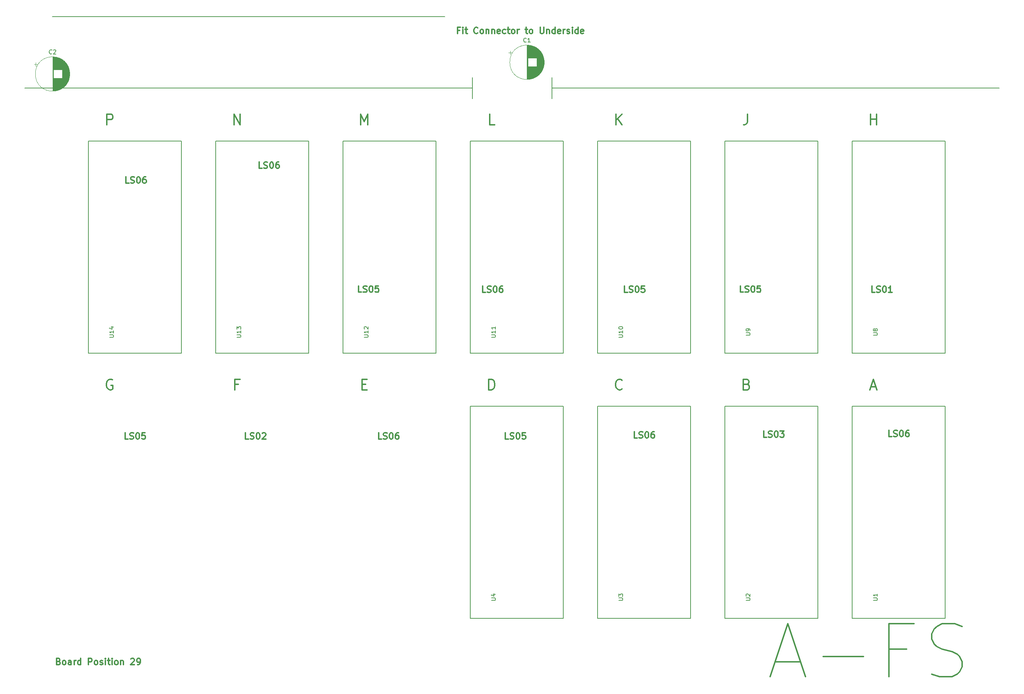
<source format=gbr>
G04 #@! TF.GenerationSoftware,KiCad,Pcbnew,(5.0.0)*
G04 #@! TF.CreationDate,2019-11-08T18:27:30+00:00*
G04 #@! TF.ProjectId,A-FS,412D46532E6B696361645F7063620000,rev?*
G04 #@! TF.SameCoordinates,Original*
G04 #@! TF.FileFunction,Legend,Top*
G04 #@! TF.FilePolarity,Positive*
%FSLAX46Y46*%
G04 Gerber Fmt 4.6, Leading zero omitted, Abs format (unit mm)*
G04 Created by KiCad (PCBNEW (5.0.0)) date 11/08/19 18:27:30*
%MOMM*%
%LPD*%
G01*
G04 APERTURE LIST*
%ADD10C,0.300000*%
%ADD11C,0.200000*%
%ADD12C,0.150000*%
%ADD13C,0.120000*%
G04 APERTURE END LIST*
D10*
X33500000Y-180492857D02*
X33714285Y-180564285D01*
X33785714Y-180635714D01*
X33857142Y-180778571D01*
X33857142Y-180992857D01*
X33785714Y-181135714D01*
X33714285Y-181207142D01*
X33571428Y-181278571D01*
X33000000Y-181278571D01*
X33000000Y-179778571D01*
X33500000Y-179778571D01*
X33642857Y-179850000D01*
X33714285Y-179921428D01*
X33785714Y-180064285D01*
X33785714Y-180207142D01*
X33714285Y-180350000D01*
X33642857Y-180421428D01*
X33500000Y-180492857D01*
X33000000Y-180492857D01*
X34714285Y-181278571D02*
X34571428Y-181207142D01*
X34500000Y-181135714D01*
X34428571Y-180992857D01*
X34428571Y-180564285D01*
X34500000Y-180421428D01*
X34571428Y-180350000D01*
X34714285Y-180278571D01*
X34928571Y-180278571D01*
X35071428Y-180350000D01*
X35142857Y-180421428D01*
X35214285Y-180564285D01*
X35214285Y-180992857D01*
X35142857Y-181135714D01*
X35071428Y-181207142D01*
X34928571Y-181278571D01*
X34714285Y-181278571D01*
X36500000Y-181278571D02*
X36500000Y-180492857D01*
X36428571Y-180350000D01*
X36285714Y-180278571D01*
X36000000Y-180278571D01*
X35857142Y-180350000D01*
X36500000Y-181207142D02*
X36357142Y-181278571D01*
X36000000Y-181278571D01*
X35857142Y-181207142D01*
X35785714Y-181064285D01*
X35785714Y-180921428D01*
X35857142Y-180778571D01*
X36000000Y-180707142D01*
X36357142Y-180707142D01*
X36500000Y-180635714D01*
X37214285Y-181278571D02*
X37214285Y-180278571D01*
X37214285Y-180564285D02*
X37285714Y-180421428D01*
X37357142Y-180350000D01*
X37500000Y-180278571D01*
X37642857Y-180278571D01*
X38785714Y-181278571D02*
X38785714Y-179778571D01*
X38785714Y-181207142D02*
X38642857Y-181278571D01*
X38357142Y-181278571D01*
X38214285Y-181207142D01*
X38142857Y-181135714D01*
X38071428Y-180992857D01*
X38071428Y-180564285D01*
X38142857Y-180421428D01*
X38214285Y-180350000D01*
X38357142Y-180278571D01*
X38642857Y-180278571D01*
X38785714Y-180350000D01*
X40642857Y-181278571D02*
X40642857Y-179778571D01*
X41214285Y-179778571D01*
X41357142Y-179850000D01*
X41428571Y-179921428D01*
X41500000Y-180064285D01*
X41500000Y-180278571D01*
X41428571Y-180421428D01*
X41357142Y-180492857D01*
X41214285Y-180564285D01*
X40642857Y-180564285D01*
X42357142Y-181278571D02*
X42214285Y-181207142D01*
X42142857Y-181135714D01*
X42071428Y-180992857D01*
X42071428Y-180564285D01*
X42142857Y-180421428D01*
X42214285Y-180350000D01*
X42357142Y-180278571D01*
X42571428Y-180278571D01*
X42714285Y-180350000D01*
X42785714Y-180421428D01*
X42857142Y-180564285D01*
X42857142Y-180992857D01*
X42785714Y-181135714D01*
X42714285Y-181207142D01*
X42571428Y-181278571D01*
X42357142Y-181278571D01*
X43428571Y-181207142D02*
X43571428Y-181278571D01*
X43857142Y-181278571D01*
X44000000Y-181207142D01*
X44071428Y-181064285D01*
X44071428Y-180992857D01*
X44000000Y-180850000D01*
X43857142Y-180778571D01*
X43642857Y-180778571D01*
X43500000Y-180707142D01*
X43428571Y-180564285D01*
X43428571Y-180492857D01*
X43500000Y-180350000D01*
X43642857Y-180278571D01*
X43857142Y-180278571D01*
X44000000Y-180350000D01*
X44714285Y-181278571D02*
X44714285Y-180278571D01*
X44714285Y-179778571D02*
X44642857Y-179850000D01*
X44714285Y-179921428D01*
X44785714Y-179850000D01*
X44714285Y-179778571D01*
X44714285Y-179921428D01*
X45214285Y-180278571D02*
X45785714Y-180278571D01*
X45428571Y-179778571D02*
X45428571Y-181064285D01*
X45500000Y-181207142D01*
X45642857Y-181278571D01*
X45785714Y-181278571D01*
X46285714Y-181278571D02*
X46285714Y-180278571D01*
X46285714Y-179778571D02*
X46214285Y-179850000D01*
X46285714Y-179921428D01*
X46357142Y-179850000D01*
X46285714Y-179778571D01*
X46285714Y-179921428D01*
X47214285Y-181278571D02*
X47071428Y-181207142D01*
X47000000Y-181135714D01*
X46928571Y-180992857D01*
X46928571Y-180564285D01*
X47000000Y-180421428D01*
X47071428Y-180350000D01*
X47214285Y-180278571D01*
X47428571Y-180278571D01*
X47571428Y-180350000D01*
X47642857Y-180421428D01*
X47714285Y-180564285D01*
X47714285Y-180992857D01*
X47642857Y-181135714D01*
X47571428Y-181207142D01*
X47428571Y-181278571D01*
X47214285Y-181278571D01*
X48357142Y-180278571D02*
X48357142Y-181278571D01*
X48357142Y-180421428D02*
X48428571Y-180350000D01*
X48571428Y-180278571D01*
X48785714Y-180278571D01*
X48928571Y-180350000D01*
X49000000Y-180492857D01*
X49000000Y-181278571D01*
X50785714Y-179921428D02*
X50857142Y-179850000D01*
X51000000Y-179778571D01*
X51357142Y-179778571D01*
X51500000Y-179850000D01*
X51571428Y-179921428D01*
X51642857Y-180064285D01*
X51642857Y-180207142D01*
X51571428Y-180421428D01*
X50714285Y-181278571D01*
X51642857Y-181278571D01*
X52357142Y-181278571D02*
X52642857Y-181278571D01*
X52785714Y-181207142D01*
X52857142Y-181135714D01*
X53000000Y-180921428D01*
X53071428Y-180635714D01*
X53071428Y-180064285D01*
X53000000Y-179921428D01*
X52928571Y-179850000D01*
X52785714Y-179778571D01*
X52500000Y-179778571D01*
X52357142Y-179850000D01*
X52285714Y-179921428D01*
X52214285Y-180064285D01*
X52214285Y-180421428D01*
X52285714Y-180564285D01*
X52357142Y-180635714D01*
X52500000Y-180707142D01*
X52785714Y-180707142D01*
X52928571Y-180635714D01*
X53000000Y-180564285D01*
X53071428Y-180421428D01*
X45054761Y-51949047D02*
X45054761Y-49409047D01*
X46022380Y-49409047D01*
X46264285Y-49530000D01*
X46385238Y-49650952D01*
X46506190Y-49892857D01*
X46506190Y-50255714D01*
X46385238Y-50497619D01*
X46264285Y-50618571D01*
X46022380Y-50739523D01*
X45054761Y-50739523D01*
X75474285Y-51949047D02*
X75474285Y-49409047D01*
X76925714Y-51949047D01*
X76925714Y-49409047D01*
X105833333Y-51949047D02*
X105833333Y-49409047D01*
X106680000Y-51223333D01*
X107526666Y-49409047D01*
X107526666Y-51949047D01*
X137946190Y-51949047D02*
X136736666Y-51949047D01*
X136736666Y-49409047D01*
X166974761Y-51949047D02*
X166974761Y-49409047D01*
X168426190Y-51949047D02*
X167337619Y-50497619D01*
X168426190Y-49409047D02*
X166974761Y-50860476D01*
X198482857Y-49409047D02*
X198482857Y-51223333D01*
X198361904Y-51586190D01*
X198120000Y-51828095D01*
X197757142Y-51949047D01*
X197515238Y-51949047D01*
X227874285Y-51949047D02*
X227874285Y-49409047D01*
X227874285Y-50618571D02*
X229325714Y-50618571D01*
X229325714Y-51949047D02*
X229325714Y-49409047D01*
X46385238Y-113030000D02*
X46143333Y-112909047D01*
X45780476Y-112909047D01*
X45417619Y-113030000D01*
X45175714Y-113271904D01*
X45054761Y-113513809D01*
X44933809Y-113997619D01*
X44933809Y-114360476D01*
X45054761Y-114844285D01*
X45175714Y-115086190D01*
X45417619Y-115328095D01*
X45780476Y-115449047D01*
X46022380Y-115449047D01*
X46385238Y-115328095D01*
X46506190Y-115207142D01*
X46506190Y-114360476D01*
X46022380Y-114360476D01*
X76562857Y-114118571D02*
X75716190Y-114118571D01*
X75716190Y-115449047D02*
X75716190Y-112909047D01*
X76925714Y-112909047D01*
X106135714Y-114118571D02*
X106982380Y-114118571D01*
X107345238Y-115449047D02*
X106135714Y-115449047D01*
X106135714Y-112909047D01*
X107345238Y-112909047D01*
X136494761Y-115449047D02*
X136494761Y-112909047D01*
X137099523Y-112909047D01*
X137462380Y-113030000D01*
X137704285Y-113271904D01*
X137825238Y-113513809D01*
X137946190Y-113997619D01*
X137946190Y-114360476D01*
X137825238Y-114844285D01*
X137704285Y-115086190D01*
X137462380Y-115328095D01*
X137099523Y-115449047D01*
X136494761Y-115449047D01*
X168426190Y-115207142D02*
X168305238Y-115328095D01*
X167942380Y-115449047D01*
X167700476Y-115449047D01*
X167337619Y-115328095D01*
X167095714Y-115086190D01*
X166974761Y-114844285D01*
X166853809Y-114360476D01*
X166853809Y-113997619D01*
X166974761Y-113513809D01*
X167095714Y-113271904D01*
X167337619Y-113030000D01*
X167700476Y-112909047D01*
X167942380Y-112909047D01*
X168305238Y-113030000D01*
X168426190Y-113150952D01*
X198301428Y-114118571D02*
X198664285Y-114239523D01*
X198785238Y-114360476D01*
X198906190Y-114602380D01*
X198906190Y-114965238D01*
X198785238Y-115207142D01*
X198664285Y-115328095D01*
X198422380Y-115449047D01*
X197454761Y-115449047D01*
X197454761Y-112909047D01*
X198301428Y-112909047D01*
X198543333Y-113030000D01*
X198664285Y-113150952D01*
X198785238Y-113392857D01*
X198785238Y-113634761D01*
X198664285Y-113876666D01*
X198543333Y-113997619D01*
X198301428Y-114118571D01*
X197454761Y-114118571D01*
X227995238Y-114723333D02*
X229204761Y-114723333D01*
X227753333Y-115449047D02*
X228600000Y-112909047D01*
X229446666Y-115449047D01*
X129510071Y-29356857D02*
X129010071Y-29356857D01*
X129010071Y-30142571D02*
X129010071Y-28642571D01*
X129724357Y-28642571D01*
X130295785Y-30142571D02*
X130295785Y-29142571D01*
X130295785Y-28642571D02*
X130224357Y-28714000D01*
X130295785Y-28785428D01*
X130367214Y-28714000D01*
X130295785Y-28642571D01*
X130295785Y-28785428D01*
X130795785Y-29142571D02*
X131367214Y-29142571D01*
X131010071Y-28642571D02*
X131010071Y-29928285D01*
X131081500Y-30071142D01*
X131224357Y-30142571D01*
X131367214Y-30142571D01*
X133867214Y-29999714D02*
X133795785Y-30071142D01*
X133581500Y-30142571D01*
X133438642Y-30142571D01*
X133224357Y-30071142D01*
X133081500Y-29928285D01*
X133010071Y-29785428D01*
X132938642Y-29499714D01*
X132938642Y-29285428D01*
X133010071Y-28999714D01*
X133081500Y-28856857D01*
X133224357Y-28714000D01*
X133438642Y-28642571D01*
X133581500Y-28642571D01*
X133795785Y-28714000D01*
X133867214Y-28785428D01*
X134724357Y-30142571D02*
X134581500Y-30071142D01*
X134510071Y-29999714D01*
X134438642Y-29856857D01*
X134438642Y-29428285D01*
X134510071Y-29285428D01*
X134581500Y-29214000D01*
X134724357Y-29142571D01*
X134938642Y-29142571D01*
X135081500Y-29214000D01*
X135152928Y-29285428D01*
X135224357Y-29428285D01*
X135224357Y-29856857D01*
X135152928Y-29999714D01*
X135081500Y-30071142D01*
X134938642Y-30142571D01*
X134724357Y-30142571D01*
X135867214Y-29142571D02*
X135867214Y-30142571D01*
X135867214Y-29285428D02*
X135938642Y-29214000D01*
X136081500Y-29142571D01*
X136295785Y-29142571D01*
X136438642Y-29214000D01*
X136510071Y-29356857D01*
X136510071Y-30142571D01*
X137224357Y-29142571D02*
X137224357Y-30142571D01*
X137224357Y-29285428D02*
X137295785Y-29214000D01*
X137438642Y-29142571D01*
X137652928Y-29142571D01*
X137795785Y-29214000D01*
X137867214Y-29356857D01*
X137867214Y-30142571D01*
X139152928Y-30071142D02*
X139010071Y-30142571D01*
X138724357Y-30142571D01*
X138581500Y-30071142D01*
X138510071Y-29928285D01*
X138510071Y-29356857D01*
X138581500Y-29214000D01*
X138724357Y-29142571D01*
X139010071Y-29142571D01*
X139152928Y-29214000D01*
X139224357Y-29356857D01*
X139224357Y-29499714D01*
X138510071Y-29642571D01*
X140510071Y-30071142D02*
X140367214Y-30142571D01*
X140081500Y-30142571D01*
X139938642Y-30071142D01*
X139867214Y-29999714D01*
X139795785Y-29856857D01*
X139795785Y-29428285D01*
X139867214Y-29285428D01*
X139938642Y-29214000D01*
X140081500Y-29142571D01*
X140367214Y-29142571D01*
X140510071Y-29214000D01*
X140938642Y-29142571D02*
X141510071Y-29142571D01*
X141152928Y-28642571D02*
X141152928Y-29928285D01*
X141224357Y-30071142D01*
X141367214Y-30142571D01*
X141510071Y-30142571D01*
X142224357Y-30142571D02*
X142081500Y-30071142D01*
X142010071Y-29999714D01*
X141938642Y-29856857D01*
X141938642Y-29428285D01*
X142010071Y-29285428D01*
X142081500Y-29214000D01*
X142224357Y-29142571D01*
X142438642Y-29142571D01*
X142581500Y-29214000D01*
X142652928Y-29285428D01*
X142724357Y-29428285D01*
X142724357Y-29856857D01*
X142652928Y-29999714D01*
X142581500Y-30071142D01*
X142438642Y-30142571D01*
X142224357Y-30142571D01*
X143367214Y-30142571D02*
X143367214Y-29142571D01*
X143367214Y-29428285D02*
X143438642Y-29285428D01*
X143510071Y-29214000D01*
X143652928Y-29142571D01*
X143795785Y-29142571D01*
X145224357Y-29142571D02*
X145795785Y-29142571D01*
X145438642Y-28642571D02*
X145438642Y-29928285D01*
X145510071Y-30071142D01*
X145652928Y-30142571D01*
X145795785Y-30142571D01*
X146510071Y-30142571D02*
X146367214Y-30071142D01*
X146295785Y-29999714D01*
X146224357Y-29856857D01*
X146224357Y-29428285D01*
X146295785Y-29285428D01*
X146367214Y-29214000D01*
X146510071Y-29142571D01*
X146724357Y-29142571D01*
X146867214Y-29214000D01*
X146938642Y-29285428D01*
X147010071Y-29428285D01*
X147010071Y-29856857D01*
X146938642Y-29999714D01*
X146867214Y-30071142D01*
X146724357Y-30142571D01*
X146510071Y-30142571D01*
X148795785Y-28642571D02*
X148795785Y-29856857D01*
X148867214Y-29999714D01*
X148938642Y-30071142D01*
X149081500Y-30142571D01*
X149367214Y-30142571D01*
X149510071Y-30071142D01*
X149581500Y-29999714D01*
X149652928Y-29856857D01*
X149652928Y-28642571D01*
X150367214Y-29142571D02*
X150367214Y-30142571D01*
X150367214Y-29285428D02*
X150438642Y-29214000D01*
X150581500Y-29142571D01*
X150795785Y-29142571D01*
X150938642Y-29214000D01*
X151010071Y-29356857D01*
X151010071Y-30142571D01*
X152367214Y-30142571D02*
X152367214Y-28642571D01*
X152367214Y-30071142D02*
X152224357Y-30142571D01*
X151938642Y-30142571D01*
X151795785Y-30071142D01*
X151724357Y-29999714D01*
X151652928Y-29856857D01*
X151652928Y-29428285D01*
X151724357Y-29285428D01*
X151795785Y-29214000D01*
X151938642Y-29142571D01*
X152224357Y-29142571D01*
X152367214Y-29214000D01*
X153652928Y-30071142D02*
X153510071Y-30142571D01*
X153224357Y-30142571D01*
X153081500Y-30071142D01*
X153010071Y-29928285D01*
X153010071Y-29356857D01*
X153081500Y-29214000D01*
X153224357Y-29142571D01*
X153510071Y-29142571D01*
X153652928Y-29214000D01*
X153724357Y-29356857D01*
X153724357Y-29499714D01*
X153010071Y-29642571D01*
X154367214Y-30142571D02*
X154367214Y-29142571D01*
X154367214Y-29428285D02*
X154438642Y-29285428D01*
X154510071Y-29214000D01*
X154652928Y-29142571D01*
X154795785Y-29142571D01*
X155224357Y-30071142D02*
X155367214Y-30142571D01*
X155652928Y-30142571D01*
X155795785Y-30071142D01*
X155867214Y-29928285D01*
X155867214Y-29856857D01*
X155795785Y-29714000D01*
X155652928Y-29642571D01*
X155438642Y-29642571D01*
X155295785Y-29571142D01*
X155224357Y-29428285D01*
X155224357Y-29356857D01*
X155295785Y-29214000D01*
X155438642Y-29142571D01*
X155652928Y-29142571D01*
X155795785Y-29214000D01*
X156510071Y-30142571D02*
X156510071Y-29142571D01*
X156510071Y-28642571D02*
X156438642Y-28714000D01*
X156510071Y-28785428D01*
X156581500Y-28714000D01*
X156510071Y-28642571D01*
X156510071Y-28785428D01*
X157867214Y-30142571D02*
X157867214Y-28642571D01*
X157867214Y-30071142D02*
X157724357Y-30142571D01*
X157438642Y-30142571D01*
X157295785Y-30071142D01*
X157224357Y-29999714D01*
X157152928Y-29856857D01*
X157152928Y-29428285D01*
X157224357Y-29285428D01*
X157295785Y-29214000D01*
X157438642Y-29142571D01*
X157724357Y-29142571D01*
X157867214Y-29214000D01*
X159152928Y-30071142D02*
X159010071Y-30142571D01*
X158724357Y-30142571D01*
X158581500Y-30071142D01*
X158510071Y-29928285D01*
X158510071Y-29356857D01*
X158581500Y-29214000D01*
X158724357Y-29142571D01*
X159010071Y-29142571D01*
X159152928Y-29214000D01*
X159224357Y-29356857D01*
X159224357Y-29499714D01*
X158510071Y-29642571D01*
X228953428Y-92118571D02*
X228239142Y-92118571D01*
X228239142Y-90618571D01*
X229382000Y-92047142D02*
X229596285Y-92118571D01*
X229953428Y-92118571D01*
X230096285Y-92047142D01*
X230167714Y-91975714D01*
X230239142Y-91832857D01*
X230239142Y-91690000D01*
X230167714Y-91547142D01*
X230096285Y-91475714D01*
X229953428Y-91404285D01*
X229667714Y-91332857D01*
X229524857Y-91261428D01*
X229453428Y-91190000D01*
X229382000Y-91047142D01*
X229382000Y-90904285D01*
X229453428Y-90761428D01*
X229524857Y-90690000D01*
X229667714Y-90618571D01*
X230024857Y-90618571D01*
X230239142Y-90690000D01*
X231167714Y-90618571D02*
X231310571Y-90618571D01*
X231453428Y-90690000D01*
X231524857Y-90761428D01*
X231596285Y-90904285D01*
X231667714Y-91190000D01*
X231667714Y-91547142D01*
X231596285Y-91832857D01*
X231524857Y-91975714D01*
X231453428Y-92047142D01*
X231310571Y-92118571D01*
X231167714Y-92118571D01*
X231024857Y-92047142D01*
X230953428Y-91975714D01*
X230882000Y-91832857D01*
X230810571Y-91547142D01*
X230810571Y-91190000D01*
X230882000Y-90904285D01*
X230953428Y-90761428D01*
X231024857Y-90690000D01*
X231167714Y-90618571D01*
X233096285Y-92118571D02*
X232239142Y-92118571D01*
X232667714Y-92118571D02*
X232667714Y-90618571D01*
X232524857Y-90832857D01*
X232382000Y-90975714D01*
X232239142Y-91047142D01*
X197457428Y-92055071D02*
X196743142Y-92055071D01*
X196743142Y-90555071D01*
X197886000Y-91983642D02*
X198100285Y-92055071D01*
X198457428Y-92055071D01*
X198600285Y-91983642D01*
X198671714Y-91912214D01*
X198743142Y-91769357D01*
X198743142Y-91626500D01*
X198671714Y-91483642D01*
X198600285Y-91412214D01*
X198457428Y-91340785D01*
X198171714Y-91269357D01*
X198028857Y-91197928D01*
X197957428Y-91126500D01*
X197886000Y-90983642D01*
X197886000Y-90840785D01*
X197957428Y-90697928D01*
X198028857Y-90626500D01*
X198171714Y-90555071D01*
X198528857Y-90555071D01*
X198743142Y-90626500D01*
X199671714Y-90555071D02*
X199814571Y-90555071D01*
X199957428Y-90626500D01*
X200028857Y-90697928D01*
X200100285Y-90840785D01*
X200171714Y-91126500D01*
X200171714Y-91483642D01*
X200100285Y-91769357D01*
X200028857Y-91912214D01*
X199957428Y-91983642D01*
X199814571Y-92055071D01*
X199671714Y-92055071D01*
X199528857Y-91983642D01*
X199457428Y-91912214D01*
X199386000Y-91769357D01*
X199314571Y-91483642D01*
X199314571Y-91126500D01*
X199386000Y-90840785D01*
X199457428Y-90697928D01*
X199528857Y-90626500D01*
X199671714Y-90555071D01*
X201528857Y-90555071D02*
X200814571Y-90555071D01*
X200743142Y-91269357D01*
X200814571Y-91197928D01*
X200957428Y-91126500D01*
X201314571Y-91126500D01*
X201457428Y-91197928D01*
X201528857Y-91269357D01*
X201600285Y-91412214D01*
X201600285Y-91769357D01*
X201528857Y-91912214D01*
X201457428Y-91983642D01*
X201314571Y-92055071D01*
X200957428Y-92055071D01*
X200814571Y-91983642D01*
X200743142Y-91912214D01*
X169707928Y-92118571D02*
X168993642Y-92118571D01*
X168993642Y-90618571D01*
X170136500Y-92047142D02*
X170350785Y-92118571D01*
X170707928Y-92118571D01*
X170850785Y-92047142D01*
X170922214Y-91975714D01*
X170993642Y-91832857D01*
X170993642Y-91690000D01*
X170922214Y-91547142D01*
X170850785Y-91475714D01*
X170707928Y-91404285D01*
X170422214Y-91332857D01*
X170279357Y-91261428D01*
X170207928Y-91190000D01*
X170136500Y-91047142D01*
X170136500Y-90904285D01*
X170207928Y-90761428D01*
X170279357Y-90690000D01*
X170422214Y-90618571D01*
X170779357Y-90618571D01*
X170993642Y-90690000D01*
X171922214Y-90618571D02*
X172065071Y-90618571D01*
X172207928Y-90690000D01*
X172279357Y-90761428D01*
X172350785Y-90904285D01*
X172422214Y-91190000D01*
X172422214Y-91547142D01*
X172350785Y-91832857D01*
X172279357Y-91975714D01*
X172207928Y-92047142D01*
X172065071Y-92118571D01*
X171922214Y-92118571D01*
X171779357Y-92047142D01*
X171707928Y-91975714D01*
X171636500Y-91832857D01*
X171565071Y-91547142D01*
X171565071Y-91190000D01*
X171636500Y-90904285D01*
X171707928Y-90761428D01*
X171779357Y-90690000D01*
X171922214Y-90618571D01*
X173779357Y-90618571D02*
X173065071Y-90618571D01*
X172993642Y-91332857D01*
X173065071Y-91261428D01*
X173207928Y-91190000D01*
X173565071Y-91190000D01*
X173707928Y-91261428D01*
X173779357Y-91332857D01*
X173850785Y-91475714D01*
X173850785Y-91832857D01*
X173779357Y-91975714D01*
X173707928Y-92047142D01*
X173565071Y-92118571D01*
X173207928Y-92118571D01*
X173065071Y-92047142D01*
X172993642Y-91975714D01*
X135735428Y-92118571D02*
X135021142Y-92118571D01*
X135021142Y-90618571D01*
X136164000Y-92047142D02*
X136378285Y-92118571D01*
X136735428Y-92118571D01*
X136878285Y-92047142D01*
X136949714Y-91975714D01*
X137021142Y-91832857D01*
X137021142Y-91690000D01*
X136949714Y-91547142D01*
X136878285Y-91475714D01*
X136735428Y-91404285D01*
X136449714Y-91332857D01*
X136306857Y-91261428D01*
X136235428Y-91190000D01*
X136164000Y-91047142D01*
X136164000Y-90904285D01*
X136235428Y-90761428D01*
X136306857Y-90690000D01*
X136449714Y-90618571D01*
X136806857Y-90618571D01*
X137021142Y-90690000D01*
X137949714Y-90618571D02*
X138092571Y-90618571D01*
X138235428Y-90690000D01*
X138306857Y-90761428D01*
X138378285Y-90904285D01*
X138449714Y-91190000D01*
X138449714Y-91547142D01*
X138378285Y-91832857D01*
X138306857Y-91975714D01*
X138235428Y-92047142D01*
X138092571Y-92118571D01*
X137949714Y-92118571D01*
X137806857Y-92047142D01*
X137735428Y-91975714D01*
X137664000Y-91832857D01*
X137592571Y-91547142D01*
X137592571Y-91190000D01*
X137664000Y-90904285D01*
X137735428Y-90761428D01*
X137806857Y-90690000D01*
X137949714Y-90618571D01*
X139735428Y-90618571D02*
X139449714Y-90618571D01*
X139306857Y-90690000D01*
X139235428Y-90761428D01*
X139092571Y-90975714D01*
X139021142Y-91261428D01*
X139021142Y-91832857D01*
X139092571Y-91975714D01*
X139164000Y-92047142D01*
X139306857Y-92118571D01*
X139592571Y-92118571D01*
X139735428Y-92047142D01*
X139806857Y-91975714D01*
X139878285Y-91832857D01*
X139878285Y-91475714D01*
X139806857Y-91332857D01*
X139735428Y-91261428D01*
X139592571Y-91190000D01*
X139306857Y-91190000D01*
X139164000Y-91261428D01*
X139092571Y-91332857D01*
X139021142Y-91475714D01*
X106017428Y-92055071D02*
X105303142Y-92055071D01*
X105303142Y-90555071D01*
X106446000Y-91983642D02*
X106660285Y-92055071D01*
X107017428Y-92055071D01*
X107160285Y-91983642D01*
X107231714Y-91912214D01*
X107303142Y-91769357D01*
X107303142Y-91626500D01*
X107231714Y-91483642D01*
X107160285Y-91412214D01*
X107017428Y-91340785D01*
X106731714Y-91269357D01*
X106588857Y-91197928D01*
X106517428Y-91126500D01*
X106446000Y-90983642D01*
X106446000Y-90840785D01*
X106517428Y-90697928D01*
X106588857Y-90626500D01*
X106731714Y-90555071D01*
X107088857Y-90555071D01*
X107303142Y-90626500D01*
X108231714Y-90555071D02*
X108374571Y-90555071D01*
X108517428Y-90626500D01*
X108588857Y-90697928D01*
X108660285Y-90840785D01*
X108731714Y-91126500D01*
X108731714Y-91483642D01*
X108660285Y-91769357D01*
X108588857Y-91912214D01*
X108517428Y-91983642D01*
X108374571Y-92055071D01*
X108231714Y-92055071D01*
X108088857Y-91983642D01*
X108017428Y-91912214D01*
X107946000Y-91769357D01*
X107874571Y-91483642D01*
X107874571Y-91126500D01*
X107946000Y-90840785D01*
X108017428Y-90697928D01*
X108088857Y-90626500D01*
X108231714Y-90555071D01*
X110088857Y-90555071D02*
X109374571Y-90555071D01*
X109303142Y-91269357D01*
X109374571Y-91197928D01*
X109517428Y-91126500D01*
X109874571Y-91126500D01*
X110017428Y-91197928D01*
X110088857Y-91269357D01*
X110160285Y-91412214D01*
X110160285Y-91769357D01*
X110088857Y-91912214D01*
X110017428Y-91983642D01*
X109874571Y-92055071D01*
X109517428Y-92055071D01*
X109374571Y-91983642D01*
X109303142Y-91912214D01*
X82204928Y-62400571D02*
X81490642Y-62400571D01*
X81490642Y-60900571D01*
X82633500Y-62329142D02*
X82847785Y-62400571D01*
X83204928Y-62400571D01*
X83347785Y-62329142D01*
X83419214Y-62257714D01*
X83490642Y-62114857D01*
X83490642Y-61972000D01*
X83419214Y-61829142D01*
X83347785Y-61757714D01*
X83204928Y-61686285D01*
X82919214Y-61614857D01*
X82776357Y-61543428D01*
X82704928Y-61472000D01*
X82633500Y-61329142D01*
X82633500Y-61186285D01*
X82704928Y-61043428D01*
X82776357Y-60972000D01*
X82919214Y-60900571D01*
X83276357Y-60900571D01*
X83490642Y-60972000D01*
X84419214Y-60900571D02*
X84562071Y-60900571D01*
X84704928Y-60972000D01*
X84776357Y-61043428D01*
X84847785Y-61186285D01*
X84919214Y-61472000D01*
X84919214Y-61829142D01*
X84847785Y-62114857D01*
X84776357Y-62257714D01*
X84704928Y-62329142D01*
X84562071Y-62400571D01*
X84419214Y-62400571D01*
X84276357Y-62329142D01*
X84204928Y-62257714D01*
X84133500Y-62114857D01*
X84062071Y-61829142D01*
X84062071Y-61472000D01*
X84133500Y-61186285D01*
X84204928Y-61043428D01*
X84276357Y-60972000D01*
X84419214Y-60900571D01*
X86204928Y-60900571D02*
X85919214Y-60900571D01*
X85776357Y-60972000D01*
X85704928Y-61043428D01*
X85562071Y-61257714D01*
X85490642Y-61543428D01*
X85490642Y-62114857D01*
X85562071Y-62257714D01*
X85633500Y-62329142D01*
X85776357Y-62400571D01*
X86062071Y-62400571D01*
X86204928Y-62329142D01*
X86276357Y-62257714D01*
X86347785Y-62114857D01*
X86347785Y-61757714D01*
X86276357Y-61614857D01*
X86204928Y-61543428D01*
X86062071Y-61472000D01*
X85776357Y-61472000D01*
X85633500Y-61543428D01*
X85562071Y-61614857D01*
X85490642Y-61757714D01*
X50327928Y-65956571D02*
X49613642Y-65956571D01*
X49613642Y-64456571D01*
X50756500Y-65885142D02*
X50970785Y-65956571D01*
X51327928Y-65956571D01*
X51470785Y-65885142D01*
X51542214Y-65813714D01*
X51613642Y-65670857D01*
X51613642Y-65528000D01*
X51542214Y-65385142D01*
X51470785Y-65313714D01*
X51327928Y-65242285D01*
X51042214Y-65170857D01*
X50899357Y-65099428D01*
X50827928Y-65028000D01*
X50756500Y-64885142D01*
X50756500Y-64742285D01*
X50827928Y-64599428D01*
X50899357Y-64528000D01*
X51042214Y-64456571D01*
X51399357Y-64456571D01*
X51613642Y-64528000D01*
X52542214Y-64456571D02*
X52685071Y-64456571D01*
X52827928Y-64528000D01*
X52899357Y-64599428D01*
X52970785Y-64742285D01*
X53042214Y-65028000D01*
X53042214Y-65385142D01*
X52970785Y-65670857D01*
X52899357Y-65813714D01*
X52827928Y-65885142D01*
X52685071Y-65956571D01*
X52542214Y-65956571D01*
X52399357Y-65885142D01*
X52327928Y-65813714D01*
X52256500Y-65670857D01*
X52185071Y-65385142D01*
X52185071Y-65028000D01*
X52256500Y-64742285D01*
X52327928Y-64599428D01*
X52399357Y-64528000D01*
X52542214Y-64456571D01*
X54327928Y-64456571D02*
X54042214Y-64456571D01*
X53899357Y-64528000D01*
X53827928Y-64599428D01*
X53685071Y-64813714D01*
X53613642Y-65099428D01*
X53613642Y-65670857D01*
X53685071Y-65813714D01*
X53756500Y-65885142D01*
X53899357Y-65956571D01*
X54185071Y-65956571D01*
X54327928Y-65885142D01*
X54399357Y-65813714D01*
X54470785Y-65670857D01*
X54470785Y-65313714D01*
X54399357Y-65170857D01*
X54327928Y-65099428D01*
X54185071Y-65028000D01*
X53899357Y-65028000D01*
X53756500Y-65099428D01*
X53685071Y-65170857D01*
X53613642Y-65313714D01*
X50137428Y-127234071D02*
X49423142Y-127234071D01*
X49423142Y-125734071D01*
X50566000Y-127162642D02*
X50780285Y-127234071D01*
X51137428Y-127234071D01*
X51280285Y-127162642D01*
X51351714Y-127091214D01*
X51423142Y-126948357D01*
X51423142Y-126805500D01*
X51351714Y-126662642D01*
X51280285Y-126591214D01*
X51137428Y-126519785D01*
X50851714Y-126448357D01*
X50708857Y-126376928D01*
X50637428Y-126305500D01*
X50566000Y-126162642D01*
X50566000Y-126019785D01*
X50637428Y-125876928D01*
X50708857Y-125805500D01*
X50851714Y-125734071D01*
X51208857Y-125734071D01*
X51423142Y-125805500D01*
X52351714Y-125734071D02*
X52494571Y-125734071D01*
X52637428Y-125805500D01*
X52708857Y-125876928D01*
X52780285Y-126019785D01*
X52851714Y-126305500D01*
X52851714Y-126662642D01*
X52780285Y-126948357D01*
X52708857Y-127091214D01*
X52637428Y-127162642D01*
X52494571Y-127234071D01*
X52351714Y-127234071D01*
X52208857Y-127162642D01*
X52137428Y-127091214D01*
X52066000Y-126948357D01*
X51994571Y-126662642D01*
X51994571Y-126305500D01*
X52066000Y-126019785D01*
X52137428Y-125876928D01*
X52208857Y-125805500D01*
X52351714Y-125734071D01*
X54208857Y-125734071D02*
X53494571Y-125734071D01*
X53423142Y-126448357D01*
X53494571Y-126376928D01*
X53637428Y-126305500D01*
X53994571Y-126305500D01*
X54137428Y-126376928D01*
X54208857Y-126448357D01*
X54280285Y-126591214D01*
X54280285Y-126948357D01*
X54208857Y-127091214D01*
X54137428Y-127162642D01*
X53994571Y-127234071D01*
X53637428Y-127234071D01*
X53494571Y-127162642D01*
X53423142Y-127091214D01*
X78966428Y-127234071D02*
X78252142Y-127234071D01*
X78252142Y-125734071D01*
X79395000Y-127162642D02*
X79609285Y-127234071D01*
X79966428Y-127234071D01*
X80109285Y-127162642D01*
X80180714Y-127091214D01*
X80252142Y-126948357D01*
X80252142Y-126805500D01*
X80180714Y-126662642D01*
X80109285Y-126591214D01*
X79966428Y-126519785D01*
X79680714Y-126448357D01*
X79537857Y-126376928D01*
X79466428Y-126305500D01*
X79395000Y-126162642D01*
X79395000Y-126019785D01*
X79466428Y-125876928D01*
X79537857Y-125805500D01*
X79680714Y-125734071D01*
X80037857Y-125734071D01*
X80252142Y-125805500D01*
X81180714Y-125734071D02*
X81323571Y-125734071D01*
X81466428Y-125805500D01*
X81537857Y-125876928D01*
X81609285Y-126019785D01*
X81680714Y-126305500D01*
X81680714Y-126662642D01*
X81609285Y-126948357D01*
X81537857Y-127091214D01*
X81466428Y-127162642D01*
X81323571Y-127234071D01*
X81180714Y-127234071D01*
X81037857Y-127162642D01*
X80966428Y-127091214D01*
X80895000Y-126948357D01*
X80823571Y-126662642D01*
X80823571Y-126305500D01*
X80895000Y-126019785D01*
X80966428Y-125876928D01*
X81037857Y-125805500D01*
X81180714Y-125734071D01*
X82252142Y-125876928D02*
X82323571Y-125805500D01*
X82466428Y-125734071D01*
X82823571Y-125734071D01*
X82966428Y-125805500D01*
X83037857Y-125876928D01*
X83109285Y-126019785D01*
X83109285Y-126162642D01*
X83037857Y-126376928D01*
X82180714Y-127234071D01*
X83109285Y-127234071D01*
X110843428Y-127234071D02*
X110129142Y-127234071D01*
X110129142Y-125734071D01*
X111272000Y-127162642D02*
X111486285Y-127234071D01*
X111843428Y-127234071D01*
X111986285Y-127162642D01*
X112057714Y-127091214D01*
X112129142Y-126948357D01*
X112129142Y-126805500D01*
X112057714Y-126662642D01*
X111986285Y-126591214D01*
X111843428Y-126519785D01*
X111557714Y-126448357D01*
X111414857Y-126376928D01*
X111343428Y-126305500D01*
X111272000Y-126162642D01*
X111272000Y-126019785D01*
X111343428Y-125876928D01*
X111414857Y-125805500D01*
X111557714Y-125734071D01*
X111914857Y-125734071D01*
X112129142Y-125805500D01*
X113057714Y-125734071D02*
X113200571Y-125734071D01*
X113343428Y-125805500D01*
X113414857Y-125876928D01*
X113486285Y-126019785D01*
X113557714Y-126305500D01*
X113557714Y-126662642D01*
X113486285Y-126948357D01*
X113414857Y-127091214D01*
X113343428Y-127162642D01*
X113200571Y-127234071D01*
X113057714Y-127234071D01*
X112914857Y-127162642D01*
X112843428Y-127091214D01*
X112772000Y-126948357D01*
X112700571Y-126662642D01*
X112700571Y-126305500D01*
X112772000Y-126019785D01*
X112843428Y-125876928D01*
X112914857Y-125805500D01*
X113057714Y-125734071D01*
X114843428Y-125734071D02*
X114557714Y-125734071D01*
X114414857Y-125805500D01*
X114343428Y-125876928D01*
X114200571Y-126091214D01*
X114129142Y-126376928D01*
X114129142Y-126948357D01*
X114200571Y-127091214D01*
X114272000Y-127162642D01*
X114414857Y-127234071D01*
X114700571Y-127234071D01*
X114843428Y-127162642D01*
X114914857Y-127091214D01*
X114986285Y-126948357D01*
X114986285Y-126591214D01*
X114914857Y-126448357D01*
X114843428Y-126376928D01*
X114700571Y-126305500D01*
X114414857Y-126305500D01*
X114272000Y-126376928D01*
X114200571Y-126448357D01*
X114129142Y-126591214D01*
X141196428Y-127234071D02*
X140482142Y-127234071D01*
X140482142Y-125734071D01*
X141625000Y-127162642D02*
X141839285Y-127234071D01*
X142196428Y-127234071D01*
X142339285Y-127162642D01*
X142410714Y-127091214D01*
X142482142Y-126948357D01*
X142482142Y-126805500D01*
X142410714Y-126662642D01*
X142339285Y-126591214D01*
X142196428Y-126519785D01*
X141910714Y-126448357D01*
X141767857Y-126376928D01*
X141696428Y-126305500D01*
X141625000Y-126162642D01*
X141625000Y-126019785D01*
X141696428Y-125876928D01*
X141767857Y-125805500D01*
X141910714Y-125734071D01*
X142267857Y-125734071D01*
X142482142Y-125805500D01*
X143410714Y-125734071D02*
X143553571Y-125734071D01*
X143696428Y-125805500D01*
X143767857Y-125876928D01*
X143839285Y-126019785D01*
X143910714Y-126305500D01*
X143910714Y-126662642D01*
X143839285Y-126948357D01*
X143767857Y-127091214D01*
X143696428Y-127162642D01*
X143553571Y-127234071D01*
X143410714Y-127234071D01*
X143267857Y-127162642D01*
X143196428Y-127091214D01*
X143125000Y-126948357D01*
X143053571Y-126662642D01*
X143053571Y-126305500D01*
X143125000Y-126019785D01*
X143196428Y-125876928D01*
X143267857Y-125805500D01*
X143410714Y-125734071D01*
X145267857Y-125734071D02*
X144553571Y-125734071D01*
X144482142Y-126448357D01*
X144553571Y-126376928D01*
X144696428Y-126305500D01*
X145053571Y-126305500D01*
X145196428Y-126376928D01*
X145267857Y-126448357D01*
X145339285Y-126591214D01*
X145339285Y-126948357D01*
X145267857Y-127091214D01*
X145196428Y-127162642D01*
X145053571Y-127234071D01*
X144696428Y-127234071D01*
X144553571Y-127162642D01*
X144482142Y-127091214D01*
X172057428Y-126980071D02*
X171343142Y-126980071D01*
X171343142Y-125480071D01*
X172486000Y-126908642D02*
X172700285Y-126980071D01*
X173057428Y-126980071D01*
X173200285Y-126908642D01*
X173271714Y-126837214D01*
X173343142Y-126694357D01*
X173343142Y-126551500D01*
X173271714Y-126408642D01*
X173200285Y-126337214D01*
X173057428Y-126265785D01*
X172771714Y-126194357D01*
X172628857Y-126122928D01*
X172557428Y-126051500D01*
X172486000Y-125908642D01*
X172486000Y-125765785D01*
X172557428Y-125622928D01*
X172628857Y-125551500D01*
X172771714Y-125480071D01*
X173128857Y-125480071D01*
X173343142Y-125551500D01*
X174271714Y-125480071D02*
X174414571Y-125480071D01*
X174557428Y-125551500D01*
X174628857Y-125622928D01*
X174700285Y-125765785D01*
X174771714Y-126051500D01*
X174771714Y-126408642D01*
X174700285Y-126694357D01*
X174628857Y-126837214D01*
X174557428Y-126908642D01*
X174414571Y-126980071D01*
X174271714Y-126980071D01*
X174128857Y-126908642D01*
X174057428Y-126837214D01*
X173986000Y-126694357D01*
X173914571Y-126408642D01*
X173914571Y-126051500D01*
X173986000Y-125765785D01*
X174057428Y-125622928D01*
X174128857Y-125551500D01*
X174271714Y-125480071D01*
X176057428Y-125480071D02*
X175771714Y-125480071D01*
X175628857Y-125551500D01*
X175557428Y-125622928D01*
X175414571Y-125837214D01*
X175343142Y-126122928D01*
X175343142Y-126694357D01*
X175414571Y-126837214D01*
X175486000Y-126908642D01*
X175628857Y-126980071D01*
X175914571Y-126980071D01*
X176057428Y-126908642D01*
X176128857Y-126837214D01*
X176200285Y-126694357D01*
X176200285Y-126337214D01*
X176128857Y-126194357D01*
X176057428Y-126122928D01*
X175914571Y-126051500D01*
X175628857Y-126051500D01*
X175486000Y-126122928D01*
X175414571Y-126194357D01*
X175343142Y-126337214D01*
X203045428Y-126789571D02*
X202331142Y-126789571D01*
X202331142Y-125289571D01*
X203474000Y-126718142D02*
X203688285Y-126789571D01*
X204045428Y-126789571D01*
X204188285Y-126718142D01*
X204259714Y-126646714D01*
X204331142Y-126503857D01*
X204331142Y-126361000D01*
X204259714Y-126218142D01*
X204188285Y-126146714D01*
X204045428Y-126075285D01*
X203759714Y-126003857D01*
X203616857Y-125932428D01*
X203545428Y-125861000D01*
X203474000Y-125718142D01*
X203474000Y-125575285D01*
X203545428Y-125432428D01*
X203616857Y-125361000D01*
X203759714Y-125289571D01*
X204116857Y-125289571D01*
X204331142Y-125361000D01*
X205259714Y-125289571D02*
X205402571Y-125289571D01*
X205545428Y-125361000D01*
X205616857Y-125432428D01*
X205688285Y-125575285D01*
X205759714Y-125861000D01*
X205759714Y-126218142D01*
X205688285Y-126503857D01*
X205616857Y-126646714D01*
X205545428Y-126718142D01*
X205402571Y-126789571D01*
X205259714Y-126789571D01*
X205116857Y-126718142D01*
X205045428Y-126646714D01*
X204974000Y-126503857D01*
X204902571Y-126218142D01*
X204902571Y-125861000D01*
X204974000Y-125575285D01*
X205045428Y-125432428D01*
X205116857Y-125361000D01*
X205259714Y-125289571D01*
X206259714Y-125289571D02*
X207188285Y-125289571D01*
X206688285Y-125861000D01*
X206902571Y-125861000D01*
X207045428Y-125932428D01*
X207116857Y-126003857D01*
X207188285Y-126146714D01*
X207188285Y-126503857D01*
X207116857Y-126646714D01*
X207045428Y-126718142D01*
X206902571Y-126789571D01*
X206474000Y-126789571D01*
X206331142Y-126718142D01*
X206259714Y-126646714D01*
X233017428Y-126662571D02*
X232303142Y-126662571D01*
X232303142Y-125162571D01*
X233446000Y-126591142D02*
X233660285Y-126662571D01*
X234017428Y-126662571D01*
X234160285Y-126591142D01*
X234231714Y-126519714D01*
X234303142Y-126376857D01*
X234303142Y-126234000D01*
X234231714Y-126091142D01*
X234160285Y-126019714D01*
X234017428Y-125948285D01*
X233731714Y-125876857D01*
X233588857Y-125805428D01*
X233517428Y-125734000D01*
X233446000Y-125591142D01*
X233446000Y-125448285D01*
X233517428Y-125305428D01*
X233588857Y-125234000D01*
X233731714Y-125162571D01*
X234088857Y-125162571D01*
X234303142Y-125234000D01*
X235231714Y-125162571D02*
X235374571Y-125162571D01*
X235517428Y-125234000D01*
X235588857Y-125305428D01*
X235660285Y-125448285D01*
X235731714Y-125734000D01*
X235731714Y-126091142D01*
X235660285Y-126376857D01*
X235588857Y-126519714D01*
X235517428Y-126591142D01*
X235374571Y-126662571D01*
X235231714Y-126662571D01*
X235088857Y-126591142D01*
X235017428Y-126519714D01*
X234946000Y-126376857D01*
X234874571Y-126091142D01*
X234874571Y-125734000D01*
X234946000Y-125448285D01*
X235017428Y-125305428D01*
X235088857Y-125234000D01*
X235231714Y-125162571D01*
X237017428Y-125162571D02*
X236731714Y-125162571D01*
X236588857Y-125234000D01*
X236517428Y-125305428D01*
X236374571Y-125519714D01*
X236303142Y-125805428D01*
X236303142Y-126376857D01*
X236374571Y-126519714D01*
X236446000Y-126591142D01*
X236588857Y-126662571D01*
X236874571Y-126662571D01*
X237017428Y-126591142D01*
X237088857Y-126519714D01*
X237160285Y-126376857D01*
X237160285Y-126019714D01*
X237088857Y-125876857D01*
X237017428Y-125805428D01*
X236874571Y-125734000D01*
X236588857Y-125734000D01*
X236446000Y-125805428D01*
X236374571Y-125876857D01*
X236303142Y-126019714D01*
D11*
X32004000Y-26098500D02*
X125984000Y-26098500D01*
X151599900Y-40640000D02*
X151599900Y-45720000D01*
X151599900Y-43180000D02*
X258749800Y-43180000D01*
X132549900Y-40640000D02*
X132549900Y-45720000D01*
X25400000Y-43180000D02*
X132549900Y-43180000D01*
D10*
X205080809Y-180551666D02*
X211128428Y-180551666D01*
X203871285Y-184180238D02*
X208104619Y-171480238D01*
X212337952Y-184180238D01*
X216571285Y-179342142D02*
X226247476Y-179342142D01*
X236528428Y-177527857D02*
X232295095Y-177527857D01*
X232295095Y-184180238D02*
X232295095Y-171480238D01*
X238342714Y-171480238D01*
X242576047Y-183575476D02*
X244390333Y-184180238D01*
X247414142Y-184180238D01*
X248623666Y-183575476D01*
X249228428Y-182970714D01*
X249833190Y-181761190D01*
X249833190Y-180551666D01*
X249228428Y-179342142D01*
X248623666Y-178737380D01*
X247414142Y-178132619D01*
X244995095Y-177527857D01*
X243785571Y-176923095D01*
X243180809Y-176318333D01*
X242576047Y-175108809D01*
X242576047Y-173899285D01*
X243180809Y-172689761D01*
X243785571Y-172085000D01*
X244995095Y-171480238D01*
X248018904Y-171480238D01*
X249833190Y-172085000D01*
D12*
G04 #@! TO.C,U8*
X245745000Y-106680000D02*
X223520000Y-106680000D01*
X245745000Y-55880000D02*
X245745000Y-106680000D01*
X223520000Y-55880000D02*
X245745000Y-55880000D01*
X223520000Y-106680000D02*
X223520000Y-55880000D01*
G04 #@! TO.C,U1*
X245745000Y-170180000D02*
X223520000Y-170180000D01*
X245745000Y-119380000D02*
X245745000Y-170180000D01*
X223520000Y-119380000D02*
X245745000Y-119380000D01*
X223520000Y-170180000D02*
X223520000Y-119380000D01*
G04 #@! TO.C,U12*
X123825000Y-106680000D02*
X101600000Y-106680000D01*
X123825000Y-55880000D02*
X123825000Y-106680000D01*
X101600000Y-55880000D02*
X123825000Y-55880000D01*
X101600000Y-106680000D02*
X101600000Y-55880000D01*
G04 #@! TO.C,U11*
X154305000Y-106680000D02*
X132080000Y-106680000D01*
X154305000Y-55880000D02*
X154305000Y-106680000D01*
X132080000Y-55880000D02*
X154305000Y-55880000D01*
X132080000Y-106680000D02*
X132080000Y-55880000D01*
G04 #@! TO.C,U14*
X62865000Y-106680000D02*
X40640000Y-106680000D01*
X62865000Y-55880000D02*
X62865000Y-106680000D01*
X40640000Y-55880000D02*
X62865000Y-55880000D01*
X40640000Y-106680000D02*
X40640000Y-55880000D01*
G04 #@! TO.C,U13*
X93345000Y-106680000D02*
X71120000Y-106680000D01*
X93345000Y-55880000D02*
X93345000Y-106680000D01*
X71120000Y-55880000D02*
X93345000Y-55880000D01*
X71120000Y-106680000D02*
X71120000Y-55880000D01*
G04 #@! TO.C,U2*
X215265000Y-170180000D02*
X193040000Y-170180000D01*
X215265000Y-119380000D02*
X215265000Y-170180000D01*
X193040000Y-119380000D02*
X215265000Y-119380000D01*
X193040000Y-170180000D02*
X193040000Y-119380000D01*
G04 #@! TO.C,U3*
X184785000Y-170180000D02*
X162560000Y-170180000D01*
X184785000Y-119380000D02*
X184785000Y-170180000D01*
X162560000Y-119380000D02*
X184785000Y-119380000D01*
X162560000Y-170180000D02*
X162560000Y-119380000D01*
G04 #@! TO.C,U4*
X154305000Y-170180000D02*
X132080000Y-170180000D01*
X154305000Y-119380000D02*
X154305000Y-170180000D01*
X132080000Y-119380000D02*
X154305000Y-119380000D01*
X132080000Y-170180000D02*
X132080000Y-119380000D01*
G04 #@! TO.C,U9*
X215265000Y-106680000D02*
X193040000Y-106680000D01*
X215265000Y-55880000D02*
X215265000Y-106680000D01*
X193040000Y-55880000D02*
X215265000Y-55880000D01*
X193040000Y-106680000D02*
X193040000Y-55880000D01*
G04 #@! TO.C,U10*
X184785000Y-106680000D02*
X162560000Y-106680000D01*
X184785000Y-55880000D02*
X184785000Y-106680000D01*
X162560000Y-55880000D02*
X184785000Y-55880000D01*
X162560000Y-106680000D02*
X162560000Y-55880000D01*
D13*
G04 #@! TO.C,C1*
X141640302Y-34285000D02*
X141640302Y-35085000D01*
X141240302Y-34685000D02*
X142040302Y-34685000D01*
X149731000Y-36467000D02*
X149731000Y-37533000D01*
X149691000Y-36232000D02*
X149691000Y-37768000D01*
X149651000Y-36052000D02*
X149651000Y-37948000D01*
X149611000Y-35902000D02*
X149611000Y-38098000D01*
X149571000Y-35771000D02*
X149571000Y-38229000D01*
X149531000Y-35654000D02*
X149531000Y-38346000D01*
X149491000Y-35547000D02*
X149491000Y-38453000D01*
X149451000Y-35448000D02*
X149451000Y-38552000D01*
X149411000Y-35355000D02*
X149411000Y-38645000D01*
X149371000Y-35269000D02*
X149371000Y-38731000D01*
X149331000Y-35187000D02*
X149331000Y-38813000D01*
X149291000Y-35110000D02*
X149291000Y-38890000D01*
X149251000Y-35036000D02*
X149251000Y-38964000D01*
X149211000Y-34966000D02*
X149211000Y-39034000D01*
X149171000Y-34898000D02*
X149171000Y-39102000D01*
X149131000Y-34834000D02*
X149131000Y-39166000D01*
X149091000Y-34772000D02*
X149091000Y-39228000D01*
X149051000Y-34713000D02*
X149051000Y-39287000D01*
X149011000Y-34655000D02*
X149011000Y-39345000D01*
X148971000Y-34600000D02*
X148971000Y-39400000D01*
X148931000Y-34546000D02*
X148931000Y-39454000D01*
X148891000Y-34495000D02*
X148891000Y-39505000D01*
X148851000Y-34444000D02*
X148851000Y-39556000D01*
X148811000Y-34396000D02*
X148811000Y-39604000D01*
X148771000Y-34349000D02*
X148771000Y-39651000D01*
X148731000Y-34303000D02*
X148731000Y-39697000D01*
X148691000Y-34259000D02*
X148691000Y-39741000D01*
X148651000Y-34216000D02*
X148651000Y-39784000D01*
X148611000Y-34174000D02*
X148611000Y-39826000D01*
X148571000Y-34133000D02*
X148571000Y-39867000D01*
X148531000Y-34093000D02*
X148531000Y-39907000D01*
X148491000Y-34055000D02*
X148491000Y-39945000D01*
X148451000Y-34017000D02*
X148451000Y-39983000D01*
X148411000Y-33981000D02*
X148411000Y-40019000D01*
X148371000Y-33945000D02*
X148371000Y-40055000D01*
X148331000Y-33910000D02*
X148331000Y-40090000D01*
X148291000Y-33876000D02*
X148291000Y-40124000D01*
X148251000Y-33844000D02*
X148251000Y-40156000D01*
X148211000Y-33811000D02*
X148211000Y-40189000D01*
X148171000Y-33780000D02*
X148171000Y-40220000D01*
X148131000Y-33750000D02*
X148131000Y-40250000D01*
X148091000Y-33720000D02*
X148091000Y-40280000D01*
X148051000Y-33691000D02*
X148051000Y-40309000D01*
X148011000Y-33662000D02*
X148011000Y-40338000D01*
X147971000Y-33635000D02*
X147971000Y-40365000D01*
X147931000Y-38040000D02*
X147931000Y-40392000D01*
X147931000Y-33608000D02*
X147931000Y-35960000D01*
X147891000Y-38040000D02*
X147891000Y-40418000D01*
X147891000Y-33582000D02*
X147891000Y-35960000D01*
X147851000Y-38040000D02*
X147851000Y-40444000D01*
X147851000Y-33556000D02*
X147851000Y-35960000D01*
X147811000Y-38040000D02*
X147811000Y-40469000D01*
X147811000Y-33531000D02*
X147811000Y-35960000D01*
X147771000Y-38040000D02*
X147771000Y-40493000D01*
X147771000Y-33507000D02*
X147771000Y-35960000D01*
X147731000Y-38040000D02*
X147731000Y-40517000D01*
X147731000Y-33483000D02*
X147731000Y-35960000D01*
X147691000Y-38040000D02*
X147691000Y-40540000D01*
X147691000Y-33460000D02*
X147691000Y-35960000D01*
X147651000Y-38040000D02*
X147651000Y-40562000D01*
X147651000Y-33438000D02*
X147651000Y-35960000D01*
X147611000Y-38040000D02*
X147611000Y-40584000D01*
X147611000Y-33416000D02*
X147611000Y-35960000D01*
X147571000Y-38040000D02*
X147571000Y-40606000D01*
X147571000Y-33394000D02*
X147571000Y-35960000D01*
X147531000Y-38040000D02*
X147531000Y-40627000D01*
X147531000Y-33373000D02*
X147531000Y-35960000D01*
X147491000Y-38040000D02*
X147491000Y-40647000D01*
X147491000Y-33353000D02*
X147491000Y-35960000D01*
X147451000Y-38040000D02*
X147451000Y-40666000D01*
X147451000Y-33334000D02*
X147451000Y-35960000D01*
X147411000Y-38040000D02*
X147411000Y-40686000D01*
X147411000Y-33314000D02*
X147411000Y-35960000D01*
X147371000Y-38040000D02*
X147371000Y-40704000D01*
X147371000Y-33296000D02*
X147371000Y-35960000D01*
X147331000Y-38040000D02*
X147331000Y-40722000D01*
X147331000Y-33278000D02*
X147331000Y-35960000D01*
X147291000Y-38040000D02*
X147291000Y-40740000D01*
X147291000Y-33260000D02*
X147291000Y-35960000D01*
X147251000Y-38040000D02*
X147251000Y-40757000D01*
X147251000Y-33243000D02*
X147251000Y-35960000D01*
X147211000Y-38040000D02*
X147211000Y-40774000D01*
X147211000Y-33226000D02*
X147211000Y-35960000D01*
X147171000Y-38040000D02*
X147171000Y-40790000D01*
X147171000Y-33210000D02*
X147171000Y-35960000D01*
X147131000Y-38040000D02*
X147131000Y-40805000D01*
X147131000Y-33195000D02*
X147131000Y-35960000D01*
X147091000Y-38040000D02*
X147091000Y-40821000D01*
X147091000Y-33179000D02*
X147091000Y-35960000D01*
X147051000Y-38040000D02*
X147051000Y-40835000D01*
X147051000Y-33165000D02*
X147051000Y-35960000D01*
X147011000Y-38040000D02*
X147011000Y-40850000D01*
X147011000Y-33150000D02*
X147011000Y-35960000D01*
X146971000Y-38040000D02*
X146971000Y-40863000D01*
X146971000Y-33137000D02*
X146971000Y-35960000D01*
X146931000Y-38040000D02*
X146931000Y-40877000D01*
X146931000Y-33123000D02*
X146931000Y-35960000D01*
X146891000Y-38040000D02*
X146891000Y-40889000D01*
X146891000Y-33111000D02*
X146891000Y-35960000D01*
X146851000Y-38040000D02*
X146851000Y-40902000D01*
X146851000Y-33098000D02*
X146851000Y-35960000D01*
X146811000Y-38040000D02*
X146811000Y-40914000D01*
X146811000Y-33086000D02*
X146811000Y-35960000D01*
X146771000Y-38040000D02*
X146771000Y-40925000D01*
X146771000Y-33075000D02*
X146771000Y-35960000D01*
X146731000Y-38040000D02*
X146731000Y-40936000D01*
X146731000Y-33064000D02*
X146731000Y-35960000D01*
X146691000Y-38040000D02*
X146691000Y-40947000D01*
X146691000Y-33053000D02*
X146691000Y-35960000D01*
X146651000Y-38040000D02*
X146651000Y-40957000D01*
X146651000Y-33043000D02*
X146651000Y-35960000D01*
X146611000Y-38040000D02*
X146611000Y-40967000D01*
X146611000Y-33033000D02*
X146611000Y-35960000D01*
X146571000Y-38040000D02*
X146571000Y-40976000D01*
X146571000Y-33024000D02*
X146571000Y-35960000D01*
X146531000Y-38040000D02*
X146531000Y-40985000D01*
X146531000Y-33015000D02*
X146531000Y-35960000D01*
X146491000Y-38040000D02*
X146491000Y-40994000D01*
X146491000Y-33006000D02*
X146491000Y-35960000D01*
X146451000Y-38040000D02*
X146451000Y-41002000D01*
X146451000Y-32998000D02*
X146451000Y-35960000D01*
X146411000Y-38040000D02*
X146411000Y-41010000D01*
X146411000Y-32990000D02*
X146411000Y-35960000D01*
X146371000Y-38040000D02*
X146371000Y-41017000D01*
X146371000Y-32983000D02*
X146371000Y-35960000D01*
X146330000Y-38040000D02*
X146330000Y-41024000D01*
X146330000Y-32976000D02*
X146330000Y-35960000D01*
X146290000Y-38040000D02*
X146290000Y-41030000D01*
X146290000Y-32970000D02*
X146290000Y-35960000D01*
X146250000Y-38040000D02*
X146250000Y-41037000D01*
X146250000Y-32963000D02*
X146250000Y-35960000D01*
X146210000Y-38040000D02*
X146210000Y-41042000D01*
X146210000Y-32958000D02*
X146210000Y-35960000D01*
X146170000Y-38040000D02*
X146170000Y-41048000D01*
X146170000Y-32952000D02*
X146170000Y-35960000D01*
X146130000Y-38040000D02*
X146130000Y-41052000D01*
X146130000Y-32948000D02*
X146130000Y-35960000D01*
X146090000Y-38040000D02*
X146090000Y-41057000D01*
X146090000Y-32943000D02*
X146090000Y-35960000D01*
X146050000Y-38040000D02*
X146050000Y-41061000D01*
X146050000Y-32939000D02*
X146050000Y-35960000D01*
X146010000Y-38040000D02*
X146010000Y-41065000D01*
X146010000Y-32935000D02*
X146010000Y-35960000D01*
X145970000Y-38040000D02*
X145970000Y-41068000D01*
X145970000Y-32932000D02*
X145970000Y-35960000D01*
X145930000Y-38040000D02*
X145930000Y-41071000D01*
X145930000Y-32929000D02*
X145930000Y-35960000D01*
X145890000Y-38040000D02*
X145890000Y-41074000D01*
X145890000Y-32926000D02*
X145890000Y-35960000D01*
X145850000Y-32924000D02*
X145850000Y-41076000D01*
X145810000Y-32923000D02*
X145810000Y-41077000D01*
X145770000Y-32921000D02*
X145770000Y-41079000D01*
X145730000Y-32920000D02*
X145730000Y-41080000D01*
X145690000Y-32920000D02*
X145690000Y-41080000D01*
X145650000Y-32920000D02*
X145650000Y-41080000D01*
X149770000Y-37000000D02*
G75*
G03X149770000Y-37000000I-4120000J0D01*
G01*
G04 #@! TO.C,C2*
X28040302Y-37085000D02*
X28040302Y-37885000D01*
X27640302Y-37485000D02*
X28440302Y-37485000D01*
X36131000Y-39267000D02*
X36131000Y-40333000D01*
X36091000Y-39032000D02*
X36091000Y-40568000D01*
X36051000Y-38852000D02*
X36051000Y-40748000D01*
X36011000Y-38702000D02*
X36011000Y-40898000D01*
X35971000Y-38571000D02*
X35971000Y-41029000D01*
X35931000Y-38454000D02*
X35931000Y-41146000D01*
X35891000Y-38347000D02*
X35891000Y-41253000D01*
X35851000Y-38248000D02*
X35851000Y-41352000D01*
X35811000Y-38155000D02*
X35811000Y-41445000D01*
X35771000Y-38069000D02*
X35771000Y-41531000D01*
X35731000Y-37987000D02*
X35731000Y-41613000D01*
X35691000Y-37910000D02*
X35691000Y-41690000D01*
X35651000Y-37836000D02*
X35651000Y-41764000D01*
X35611000Y-37766000D02*
X35611000Y-41834000D01*
X35571000Y-37698000D02*
X35571000Y-41902000D01*
X35531000Y-37634000D02*
X35531000Y-41966000D01*
X35491000Y-37572000D02*
X35491000Y-42028000D01*
X35451000Y-37513000D02*
X35451000Y-42087000D01*
X35411000Y-37455000D02*
X35411000Y-42145000D01*
X35371000Y-37400000D02*
X35371000Y-42200000D01*
X35331000Y-37346000D02*
X35331000Y-42254000D01*
X35291000Y-37295000D02*
X35291000Y-42305000D01*
X35251000Y-37244000D02*
X35251000Y-42356000D01*
X35211000Y-37196000D02*
X35211000Y-42404000D01*
X35171000Y-37149000D02*
X35171000Y-42451000D01*
X35131000Y-37103000D02*
X35131000Y-42497000D01*
X35091000Y-37059000D02*
X35091000Y-42541000D01*
X35051000Y-37016000D02*
X35051000Y-42584000D01*
X35011000Y-36974000D02*
X35011000Y-42626000D01*
X34971000Y-36933000D02*
X34971000Y-42667000D01*
X34931000Y-36893000D02*
X34931000Y-42707000D01*
X34891000Y-36855000D02*
X34891000Y-42745000D01*
X34851000Y-36817000D02*
X34851000Y-42783000D01*
X34811000Y-36781000D02*
X34811000Y-42819000D01*
X34771000Y-36745000D02*
X34771000Y-42855000D01*
X34731000Y-36710000D02*
X34731000Y-42890000D01*
X34691000Y-36676000D02*
X34691000Y-42924000D01*
X34651000Y-36644000D02*
X34651000Y-42956000D01*
X34611000Y-36611000D02*
X34611000Y-42989000D01*
X34571000Y-36580000D02*
X34571000Y-43020000D01*
X34531000Y-36550000D02*
X34531000Y-43050000D01*
X34491000Y-36520000D02*
X34491000Y-43080000D01*
X34451000Y-36491000D02*
X34451000Y-43109000D01*
X34411000Y-36462000D02*
X34411000Y-43138000D01*
X34371000Y-36435000D02*
X34371000Y-43165000D01*
X34331000Y-40840000D02*
X34331000Y-43192000D01*
X34331000Y-36408000D02*
X34331000Y-38760000D01*
X34291000Y-40840000D02*
X34291000Y-43218000D01*
X34291000Y-36382000D02*
X34291000Y-38760000D01*
X34251000Y-40840000D02*
X34251000Y-43244000D01*
X34251000Y-36356000D02*
X34251000Y-38760000D01*
X34211000Y-40840000D02*
X34211000Y-43269000D01*
X34211000Y-36331000D02*
X34211000Y-38760000D01*
X34171000Y-40840000D02*
X34171000Y-43293000D01*
X34171000Y-36307000D02*
X34171000Y-38760000D01*
X34131000Y-40840000D02*
X34131000Y-43317000D01*
X34131000Y-36283000D02*
X34131000Y-38760000D01*
X34091000Y-40840000D02*
X34091000Y-43340000D01*
X34091000Y-36260000D02*
X34091000Y-38760000D01*
X34051000Y-40840000D02*
X34051000Y-43362000D01*
X34051000Y-36238000D02*
X34051000Y-38760000D01*
X34011000Y-40840000D02*
X34011000Y-43384000D01*
X34011000Y-36216000D02*
X34011000Y-38760000D01*
X33971000Y-40840000D02*
X33971000Y-43406000D01*
X33971000Y-36194000D02*
X33971000Y-38760000D01*
X33931000Y-40840000D02*
X33931000Y-43427000D01*
X33931000Y-36173000D02*
X33931000Y-38760000D01*
X33891000Y-40840000D02*
X33891000Y-43447000D01*
X33891000Y-36153000D02*
X33891000Y-38760000D01*
X33851000Y-40840000D02*
X33851000Y-43466000D01*
X33851000Y-36134000D02*
X33851000Y-38760000D01*
X33811000Y-40840000D02*
X33811000Y-43486000D01*
X33811000Y-36114000D02*
X33811000Y-38760000D01*
X33771000Y-40840000D02*
X33771000Y-43504000D01*
X33771000Y-36096000D02*
X33771000Y-38760000D01*
X33731000Y-40840000D02*
X33731000Y-43522000D01*
X33731000Y-36078000D02*
X33731000Y-38760000D01*
X33691000Y-40840000D02*
X33691000Y-43540000D01*
X33691000Y-36060000D02*
X33691000Y-38760000D01*
X33651000Y-40840000D02*
X33651000Y-43557000D01*
X33651000Y-36043000D02*
X33651000Y-38760000D01*
X33611000Y-40840000D02*
X33611000Y-43574000D01*
X33611000Y-36026000D02*
X33611000Y-38760000D01*
X33571000Y-40840000D02*
X33571000Y-43590000D01*
X33571000Y-36010000D02*
X33571000Y-38760000D01*
X33531000Y-40840000D02*
X33531000Y-43605000D01*
X33531000Y-35995000D02*
X33531000Y-38760000D01*
X33491000Y-40840000D02*
X33491000Y-43621000D01*
X33491000Y-35979000D02*
X33491000Y-38760000D01*
X33451000Y-40840000D02*
X33451000Y-43635000D01*
X33451000Y-35965000D02*
X33451000Y-38760000D01*
X33411000Y-40840000D02*
X33411000Y-43650000D01*
X33411000Y-35950000D02*
X33411000Y-38760000D01*
X33371000Y-40840000D02*
X33371000Y-43663000D01*
X33371000Y-35937000D02*
X33371000Y-38760000D01*
X33331000Y-40840000D02*
X33331000Y-43677000D01*
X33331000Y-35923000D02*
X33331000Y-38760000D01*
X33291000Y-40840000D02*
X33291000Y-43689000D01*
X33291000Y-35911000D02*
X33291000Y-38760000D01*
X33251000Y-40840000D02*
X33251000Y-43702000D01*
X33251000Y-35898000D02*
X33251000Y-38760000D01*
X33211000Y-40840000D02*
X33211000Y-43714000D01*
X33211000Y-35886000D02*
X33211000Y-38760000D01*
X33171000Y-40840000D02*
X33171000Y-43725000D01*
X33171000Y-35875000D02*
X33171000Y-38760000D01*
X33131000Y-40840000D02*
X33131000Y-43736000D01*
X33131000Y-35864000D02*
X33131000Y-38760000D01*
X33091000Y-40840000D02*
X33091000Y-43747000D01*
X33091000Y-35853000D02*
X33091000Y-38760000D01*
X33051000Y-40840000D02*
X33051000Y-43757000D01*
X33051000Y-35843000D02*
X33051000Y-38760000D01*
X33011000Y-40840000D02*
X33011000Y-43767000D01*
X33011000Y-35833000D02*
X33011000Y-38760000D01*
X32971000Y-40840000D02*
X32971000Y-43776000D01*
X32971000Y-35824000D02*
X32971000Y-38760000D01*
X32931000Y-40840000D02*
X32931000Y-43785000D01*
X32931000Y-35815000D02*
X32931000Y-38760000D01*
X32891000Y-40840000D02*
X32891000Y-43794000D01*
X32891000Y-35806000D02*
X32891000Y-38760000D01*
X32851000Y-40840000D02*
X32851000Y-43802000D01*
X32851000Y-35798000D02*
X32851000Y-38760000D01*
X32811000Y-40840000D02*
X32811000Y-43810000D01*
X32811000Y-35790000D02*
X32811000Y-38760000D01*
X32771000Y-40840000D02*
X32771000Y-43817000D01*
X32771000Y-35783000D02*
X32771000Y-38760000D01*
X32730000Y-40840000D02*
X32730000Y-43824000D01*
X32730000Y-35776000D02*
X32730000Y-38760000D01*
X32690000Y-40840000D02*
X32690000Y-43830000D01*
X32690000Y-35770000D02*
X32690000Y-38760000D01*
X32650000Y-40840000D02*
X32650000Y-43837000D01*
X32650000Y-35763000D02*
X32650000Y-38760000D01*
X32610000Y-40840000D02*
X32610000Y-43842000D01*
X32610000Y-35758000D02*
X32610000Y-38760000D01*
X32570000Y-40840000D02*
X32570000Y-43848000D01*
X32570000Y-35752000D02*
X32570000Y-38760000D01*
X32530000Y-40840000D02*
X32530000Y-43852000D01*
X32530000Y-35748000D02*
X32530000Y-38760000D01*
X32490000Y-40840000D02*
X32490000Y-43857000D01*
X32490000Y-35743000D02*
X32490000Y-38760000D01*
X32450000Y-40840000D02*
X32450000Y-43861000D01*
X32450000Y-35739000D02*
X32450000Y-38760000D01*
X32410000Y-40840000D02*
X32410000Y-43865000D01*
X32410000Y-35735000D02*
X32410000Y-38760000D01*
X32370000Y-40840000D02*
X32370000Y-43868000D01*
X32370000Y-35732000D02*
X32370000Y-38760000D01*
X32330000Y-40840000D02*
X32330000Y-43871000D01*
X32330000Y-35729000D02*
X32330000Y-38760000D01*
X32290000Y-40840000D02*
X32290000Y-43874000D01*
X32290000Y-35726000D02*
X32290000Y-38760000D01*
X32250000Y-35724000D02*
X32250000Y-43876000D01*
X32210000Y-35723000D02*
X32210000Y-43877000D01*
X32170000Y-35721000D02*
X32170000Y-43879000D01*
X32130000Y-35720000D02*
X32130000Y-43880000D01*
X32090000Y-35720000D02*
X32090000Y-43880000D01*
X32050000Y-35720000D02*
X32050000Y-43880000D01*
X36170000Y-39800000D02*
G75*
G03X36170000Y-39800000I-4120000J0D01*
G01*
G04 #@! TO.C,U8*
D12*
X228552380Y-102361904D02*
X229361904Y-102361904D01*
X229457142Y-102314285D01*
X229504761Y-102266666D01*
X229552380Y-102171428D01*
X229552380Y-101980952D01*
X229504761Y-101885714D01*
X229457142Y-101838095D01*
X229361904Y-101790476D01*
X228552380Y-101790476D01*
X228980952Y-101171428D02*
X228933333Y-101266666D01*
X228885714Y-101314285D01*
X228790476Y-101361904D01*
X228742857Y-101361904D01*
X228647619Y-101314285D01*
X228600000Y-101266666D01*
X228552380Y-101171428D01*
X228552380Y-100980952D01*
X228600000Y-100885714D01*
X228647619Y-100838095D01*
X228742857Y-100790476D01*
X228790476Y-100790476D01*
X228885714Y-100838095D01*
X228933333Y-100885714D01*
X228980952Y-100980952D01*
X228980952Y-101171428D01*
X229028571Y-101266666D01*
X229076190Y-101314285D01*
X229171428Y-101361904D01*
X229361904Y-101361904D01*
X229457142Y-101314285D01*
X229504761Y-101266666D01*
X229552380Y-101171428D01*
X229552380Y-100980952D01*
X229504761Y-100885714D01*
X229457142Y-100838095D01*
X229361904Y-100790476D01*
X229171428Y-100790476D01*
X229076190Y-100838095D01*
X229028571Y-100885714D01*
X228980952Y-100980952D01*
G04 #@! TO.C,U1*
X228552380Y-165861904D02*
X229361904Y-165861904D01*
X229457142Y-165814285D01*
X229504761Y-165766666D01*
X229552380Y-165671428D01*
X229552380Y-165480952D01*
X229504761Y-165385714D01*
X229457142Y-165338095D01*
X229361904Y-165290476D01*
X228552380Y-165290476D01*
X229552380Y-164290476D02*
X229552380Y-164861904D01*
X229552380Y-164576190D02*
X228552380Y-164576190D01*
X228695238Y-164671428D01*
X228790476Y-164766666D01*
X228838095Y-164861904D01*
G04 #@! TO.C,U12*
X106632380Y-102838095D02*
X107441904Y-102838095D01*
X107537142Y-102790476D01*
X107584761Y-102742857D01*
X107632380Y-102647619D01*
X107632380Y-102457142D01*
X107584761Y-102361904D01*
X107537142Y-102314285D01*
X107441904Y-102266666D01*
X106632380Y-102266666D01*
X107632380Y-101266666D02*
X107632380Y-101838095D01*
X107632380Y-101552380D02*
X106632380Y-101552380D01*
X106775238Y-101647619D01*
X106870476Y-101742857D01*
X106918095Y-101838095D01*
X106727619Y-100885714D02*
X106680000Y-100838095D01*
X106632380Y-100742857D01*
X106632380Y-100504761D01*
X106680000Y-100409523D01*
X106727619Y-100361904D01*
X106822857Y-100314285D01*
X106918095Y-100314285D01*
X107060952Y-100361904D01*
X107632380Y-100933333D01*
X107632380Y-100314285D01*
G04 #@! TO.C,U11*
X137112380Y-102838095D02*
X137921904Y-102838095D01*
X138017142Y-102790476D01*
X138064761Y-102742857D01*
X138112380Y-102647619D01*
X138112380Y-102457142D01*
X138064761Y-102361904D01*
X138017142Y-102314285D01*
X137921904Y-102266666D01*
X137112380Y-102266666D01*
X138112380Y-101266666D02*
X138112380Y-101838095D01*
X138112380Y-101552380D02*
X137112380Y-101552380D01*
X137255238Y-101647619D01*
X137350476Y-101742857D01*
X137398095Y-101838095D01*
X138112380Y-100314285D02*
X138112380Y-100885714D01*
X138112380Y-100600000D02*
X137112380Y-100600000D01*
X137255238Y-100695238D01*
X137350476Y-100790476D01*
X137398095Y-100885714D01*
G04 #@! TO.C,U14*
X45672380Y-102838095D02*
X46481904Y-102838095D01*
X46577142Y-102790476D01*
X46624761Y-102742857D01*
X46672380Y-102647619D01*
X46672380Y-102457142D01*
X46624761Y-102361904D01*
X46577142Y-102314285D01*
X46481904Y-102266666D01*
X45672380Y-102266666D01*
X46672380Y-101266666D02*
X46672380Y-101838095D01*
X46672380Y-101552380D02*
X45672380Y-101552380D01*
X45815238Y-101647619D01*
X45910476Y-101742857D01*
X45958095Y-101838095D01*
X46005714Y-100409523D02*
X46672380Y-100409523D01*
X45624761Y-100647619D02*
X46339047Y-100885714D01*
X46339047Y-100266666D01*
G04 #@! TO.C,U13*
X76152380Y-102838095D02*
X76961904Y-102838095D01*
X77057142Y-102790476D01*
X77104761Y-102742857D01*
X77152380Y-102647619D01*
X77152380Y-102457142D01*
X77104761Y-102361904D01*
X77057142Y-102314285D01*
X76961904Y-102266666D01*
X76152380Y-102266666D01*
X77152380Y-101266666D02*
X77152380Y-101838095D01*
X77152380Y-101552380D02*
X76152380Y-101552380D01*
X76295238Y-101647619D01*
X76390476Y-101742857D01*
X76438095Y-101838095D01*
X76152380Y-100933333D02*
X76152380Y-100314285D01*
X76533333Y-100647619D01*
X76533333Y-100504761D01*
X76580952Y-100409523D01*
X76628571Y-100361904D01*
X76723809Y-100314285D01*
X76961904Y-100314285D01*
X77057142Y-100361904D01*
X77104761Y-100409523D01*
X77152380Y-100504761D01*
X77152380Y-100790476D01*
X77104761Y-100885714D01*
X77057142Y-100933333D01*
G04 #@! TO.C,U2*
X198072380Y-165861904D02*
X198881904Y-165861904D01*
X198977142Y-165814285D01*
X199024761Y-165766666D01*
X199072380Y-165671428D01*
X199072380Y-165480952D01*
X199024761Y-165385714D01*
X198977142Y-165338095D01*
X198881904Y-165290476D01*
X198072380Y-165290476D01*
X198167619Y-164861904D02*
X198120000Y-164814285D01*
X198072380Y-164719047D01*
X198072380Y-164480952D01*
X198120000Y-164385714D01*
X198167619Y-164338095D01*
X198262857Y-164290476D01*
X198358095Y-164290476D01*
X198500952Y-164338095D01*
X199072380Y-164909523D01*
X199072380Y-164290476D01*
G04 #@! TO.C,U3*
X167592380Y-165861904D02*
X168401904Y-165861904D01*
X168497142Y-165814285D01*
X168544761Y-165766666D01*
X168592380Y-165671428D01*
X168592380Y-165480952D01*
X168544761Y-165385714D01*
X168497142Y-165338095D01*
X168401904Y-165290476D01*
X167592380Y-165290476D01*
X167592380Y-164909523D02*
X167592380Y-164290476D01*
X167973333Y-164623809D01*
X167973333Y-164480952D01*
X168020952Y-164385714D01*
X168068571Y-164338095D01*
X168163809Y-164290476D01*
X168401904Y-164290476D01*
X168497142Y-164338095D01*
X168544761Y-164385714D01*
X168592380Y-164480952D01*
X168592380Y-164766666D01*
X168544761Y-164861904D01*
X168497142Y-164909523D01*
G04 #@! TO.C,U4*
X137112380Y-165861904D02*
X137921904Y-165861904D01*
X138017142Y-165814285D01*
X138064761Y-165766666D01*
X138112380Y-165671428D01*
X138112380Y-165480952D01*
X138064761Y-165385714D01*
X138017142Y-165338095D01*
X137921904Y-165290476D01*
X137112380Y-165290476D01*
X137445714Y-164385714D02*
X138112380Y-164385714D01*
X137064761Y-164623809D02*
X137779047Y-164861904D01*
X137779047Y-164242857D01*
G04 #@! TO.C,U9*
X198072380Y-102361904D02*
X198881904Y-102361904D01*
X198977142Y-102314285D01*
X199024761Y-102266666D01*
X199072380Y-102171428D01*
X199072380Y-101980952D01*
X199024761Y-101885714D01*
X198977142Y-101838095D01*
X198881904Y-101790476D01*
X198072380Y-101790476D01*
X199072380Y-101266666D02*
X199072380Y-101076190D01*
X199024761Y-100980952D01*
X198977142Y-100933333D01*
X198834285Y-100838095D01*
X198643809Y-100790476D01*
X198262857Y-100790476D01*
X198167619Y-100838095D01*
X198120000Y-100885714D01*
X198072380Y-100980952D01*
X198072380Y-101171428D01*
X198120000Y-101266666D01*
X198167619Y-101314285D01*
X198262857Y-101361904D01*
X198500952Y-101361904D01*
X198596190Y-101314285D01*
X198643809Y-101266666D01*
X198691428Y-101171428D01*
X198691428Y-100980952D01*
X198643809Y-100885714D01*
X198596190Y-100838095D01*
X198500952Y-100790476D01*
G04 #@! TO.C,U10*
X167592380Y-102838095D02*
X168401904Y-102838095D01*
X168497142Y-102790476D01*
X168544761Y-102742857D01*
X168592380Y-102647619D01*
X168592380Y-102457142D01*
X168544761Y-102361904D01*
X168497142Y-102314285D01*
X168401904Y-102266666D01*
X167592380Y-102266666D01*
X168592380Y-101266666D02*
X168592380Y-101838095D01*
X168592380Y-101552380D02*
X167592380Y-101552380D01*
X167735238Y-101647619D01*
X167830476Y-101742857D01*
X167878095Y-101838095D01*
X167592380Y-100647619D02*
X167592380Y-100552380D01*
X167640000Y-100457142D01*
X167687619Y-100409523D01*
X167782857Y-100361904D01*
X167973333Y-100314285D01*
X168211428Y-100314285D01*
X168401904Y-100361904D01*
X168497142Y-100409523D01*
X168544761Y-100457142D01*
X168592380Y-100552380D01*
X168592380Y-100647619D01*
X168544761Y-100742857D01*
X168497142Y-100790476D01*
X168401904Y-100838095D01*
X168211428Y-100885714D01*
X167973333Y-100885714D01*
X167782857Y-100838095D01*
X167687619Y-100790476D01*
X167640000Y-100742857D01*
X167592380Y-100647619D01*
G04 #@! TO.C,C1*
X145483333Y-32107142D02*
X145435714Y-32154761D01*
X145292857Y-32202380D01*
X145197619Y-32202380D01*
X145054761Y-32154761D01*
X144959523Y-32059523D01*
X144911904Y-31964285D01*
X144864285Y-31773809D01*
X144864285Y-31630952D01*
X144911904Y-31440476D01*
X144959523Y-31345238D01*
X145054761Y-31250000D01*
X145197619Y-31202380D01*
X145292857Y-31202380D01*
X145435714Y-31250000D01*
X145483333Y-31297619D01*
X146435714Y-32202380D02*
X145864285Y-32202380D01*
X146150000Y-32202380D02*
X146150000Y-31202380D01*
X146054761Y-31345238D01*
X145959523Y-31440476D01*
X145864285Y-31488095D01*
G04 #@! TO.C,C2*
X31883333Y-34907142D02*
X31835714Y-34954761D01*
X31692857Y-35002380D01*
X31597619Y-35002380D01*
X31454761Y-34954761D01*
X31359523Y-34859523D01*
X31311904Y-34764285D01*
X31264285Y-34573809D01*
X31264285Y-34430952D01*
X31311904Y-34240476D01*
X31359523Y-34145238D01*
X31454761Y-34050000D01*
X31597619Y-34002380D01*
X31692857Y-34002380D01*
X31835714Y-34050000D01*
X31883333Y-34097619D01*
X32264285Y-34097619D02*
X32311904Y-34050000D01*
X32407142Y-34002380D01*
X32645238Y-34002380D01*
X32740476Y-34050000D01*
X32788095Y-34097619D01*
X32835714Y-34192857D01*
X32835714Y-34288095D01*
X32788095Y-34430952D01*
X32216666Y-35002380D01*
X32835714Y-35002380D01*
G04 #@! TD*
M02*

</source>
